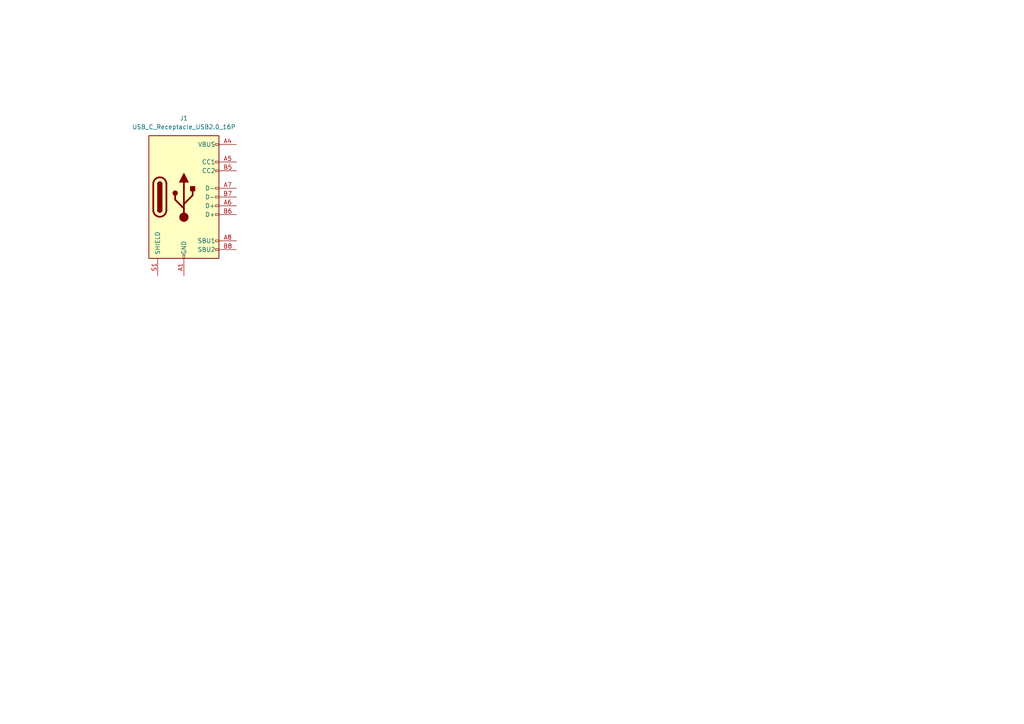
<source format=kicad_sch>
(kicad_sch
	(version 20231120)
	(generator "eeschema")
	(generator_version "8.0")
	(uuid "9797a66b-b354-4d38-8137-588bde531b14")
	(paper "A4")
	(lib_symbols
		(symbol "Connector:USB_C_Receptacle_USB2.0_16P"
			(pin_names
				(offset 1.016)
			)
			(exclude_from_sim no)
			(in_bom yes)
			(on_board yes)
			(property "Reference" "J"
				(at 0 22.225 0)
				(effects
					(font
						(size 1.27 1.27)
					)
				)
			)
			(property "Value" "USB_C_Receptacle_USB2.0_16P"
				(at 0 19.685 0)
				(effects
					(font
						(size 1.27 1.27)
					)
				)
			)
			(property "Footprint" ""
				(at 3.81 0 0)
				(effects
					(font
						(size 1.27 1.27)
					)
					(hide yes)
				)
			)
			(property "Datasheet" "https://www.usb.org/sites/default/files/documents/usb_type-c.zip"
				(at 3.81 0 0)
				(effects
					(font
						(size 1.27 1.27)
					)
					(hide yes)
				)
			)
			(property "Description" "USB 2.0-only 16P Type-C Receptacle connector"
				(at 0 0 0)
				(effects
					(font
						(size 1.27 1.27)
					)
					(hide yes)
				)
			)
			(property "ki_keywords" "usb universal serial bus type-C USB2.0"
				(at 0 0 0)
				(effects
					(font
						(size 1.27 1.27)
					)
					(hide yes)
				)
			)
			(property "ki_fp_filters" "USB*C*Receptacle*"
				(at 0 0 0)
				(effects
					(font
						(size 1.27 1.27)
					)
					(hide yes)
				)
			)
			(symbol "USB_C_Receptacle_USB2.0_16P_0_0"
				(rectangle
					(start -0.254 -17.78)
					(end 0.254 -16.764)
					(stroke
						(width 0)
						(type default)
					)
					(fill
						(type none)
					)
				)
				(rectangle
					(start 10.16 -14.986)
					(end 9.144 -15.494)
					(stroke
						(width 0)
						(type default)
					)
					(fill
						(type none)
					)
				)
				(rectangle
					(start 10.16 -12.446)
					(end 9.144 -12.954)
					(stroke
						(width 0)
						(type default)
					)
					(fill
						(type none)
					)
				)
				(rectangle
					(start 10.16 -4.826)
					(end 9.144 -5.334)
					(stroke
						(width 0)
						(type default)
					)
					(fill
						(type none)
					)
				)
				(rectangle
					(start 10.16 -2.286)
					(end 9.144 -2.794)
					(stroke
						(width 0)
						(type default)
					)
					(fill
						(type none)
					)
				)
				(rectangle
					(start 10.16 0.254)
					(end 9.144 -0.254)
					(stroke
						(width 0)
						(type default)
					)
					(fill
						(type none)
					)
				)
				(rectangle
					(start 10.16 2.794)
					(end 9.144 2.286)
					(stroke
						(width 0)
						(type default)
					)
					(fill
						(type none)
					)
				)
				(rectangle
					(start 10.16 7.874)
					(end 9.144 7.366)
					(stroke
						(width 0)
						(type default)
					)
					(fill
						(type none)
					)
				)
				(rectangle
					(start 10.16 10.414)
					(end 9.144 9.906)
					(stroke
						(width 0)
						(type default)
					)
					(fill
						(type none)
					)
				)
				(rectangle
					(start 10.16 15.494)
					(end 9.144 14.986)
					(stroke
						(width 0)
						(type default)
					)
					(fill
						(type none)
					)
				)
			)
			(symbol "USB_C_Receptacle_USB2.0_16P_0_1"
				(rectangle
					(start -10.16 17.78)
					(end 10.16 -17.78)
					(stroke
						(width 0.254)
						(type default)
					)
					(fill
						(type background)
					)
				)
				(arc
					(start -8.89 -3.81)
					(mid -6.985 -5.7067)
					(end -5.08 -3.81)
					(stroke
						(width 0.508)
						(type default)
					)
					(fill
						(type none)
					)
				)
				(arc
					(start -7.62 -3.81)
					(mid -6.985 -4.4423)
					(end -6.35 -3.81)
					(stroke
						(width 0.254)
						(type default)
					)
					(fill
						(type none)
					)
				)
				(arc
					(start -7.62 -3.81)
					(mid -6.985 -4.4423)
					(end -6.35 -3.81)
					(stroke
						(width 0.254)
						(type default)
					)
					(fill
						(type outline)
					)
				)
				(rectangle
					(start -7.62 -3.81)
					(end -6.35 3.81)
					(stroke
						(width 0.254)
						(type default)
					)
					(fill
						(type outline)
					)
				)
				(arc
					(start -6.35 3.81)
					(mid -6.985 4.4423)
					(end -7.62 3.81)
					(stroke
						(width 0.254)
						(type default)
					)
					(fill
						(type none)
					)
				)
				(arc
					(start -6.35 3.81)
					(mid -6.985 4.4423)
					(end -7.62 3.81)
					(stroke
						(width 0.254)
						(type default)
					)
					(fill
						(type outline)
					)
				)
				(arc
					(start -5.08 3.81)
					(mid -6.985 5.7067)
					(end -8.89 3.81)
					(stroke
						(width 0.508)
						(type default)
					)
					(fill
						(type none)
					)
				)
				(circle
					(center -2.54 1.143)
					(radius 0.635)
					(stroke
						(width 0.254)
						(type default)
					)
					(fill
						(type outline)
					)
				)
				(circle
					(center 0 -5.842)
					(radius 1.27)
					(stroke
						(width 0)
						(type default)
					)
					(fill
						(type outline)
					)
				)
				(polyline
					(pts
						(xy -8.89 -3.81) (xy -8.89 3.81)
					)
					(stroke
						(width 0.508)
						(type default)
					)
					(fill
						(type none)
					)
				)
				(polyline
					(pts
						(xy -5.08 3.81) (xy -5.08 -3.81)
					)
					(stroke
						(width 0.508)
						(type default)
					)
					(fill
						(type none)
					)
				)
				(polyline
					(pts
						(xy 0 -5.842) (xy 0 4.318)
					)
					(stroke
						(width 0.508)
						(type default)
					)
					(fill
						(type none)
					)
				)
				(polyline
					(pts
						(xy 0 -3.302) (xy -2.54 -0.762) (xy -2.54 0.508)
					)
					(stroke
						(width 0.508)
						(type default)
					)
					(fill
						(type none)
					)
				)
				(polyline
					(pts
						(xy 0 -2.032) (xy 2.54 0.508) (xy 2.54 1.778)
					)
					(stroke
						(width 0.508)
						(type default)
					)
					(fill
						(type none)
					)
				)
				(polyline
					(pts
						(xy -1.27 4.318) (xy 0 6.858) (xy 1.27 4.318) (xy -1.27 4.318)
					)
					(stroke
						(width 0.254)
						(type default)
					)
					(fill
						(type outline)
					)
				)
				(rectangle
					(start 1.905 1.778)
					(end 3.175 3.048)
					(stroke
						(width 0.254)
						(type default)
					)
					(fill
						(type outline)
					)
				)
			)
			(symbol "USB_C_Receptacle_USB2.0_16P_1_1"
				(pin passive line
					(at 0 -22.86 90)
					(length 5.08)
					(name "GND"
						(effects
							(font
								(size 1.27 1.27)
							)
						)
					)
					(number "A1"
						(effects
							(font
								(size 1.27 1.27)
							)
						)
					)
				)
				(pin passive line
					(at 0 -22.86 90)
					(length 5.08) hide
					(name "GND"
						(effects
							(font
								(size 1.27 1.27)
							)
						)
					)
					(number "A12"
						(effects
							(font
								(size 1.27 1.27)
							)
						)
					)
				)
				(pin passive line
					(at 15.24 15.24 180)
					(length 5.08)
					(name "VBUS"
						(effects
							(font
								(size 1.27 1.27)
							)
						)
					)
					(number "A4"
						(effects
							(font
								(size 1.27 1.27)
							)
						)
					)
				)
				(pin bidirectional line
					(at 15.24 10.16 180)
					(length 5.08)
					(name "CC1"
						(effects
							(font
								(size 1.27 1.27)
							)
						)
					)
					(number "A5"
						(effects
							(font
								(size 1.27 1.27)
							)
						)
					)
				)
				(pin bidirectional line
					(at 15.24 -2.54 180)
					(length 5.08)
					(name "D+"
						(effects
							(font
								(size 1.27 1.27)
							)
						)
					)
					(number "A6"
						(effects
							(font
								(size 1.27 1.27)
							)
						)
					)
				)
				(pin bidirectional line
					(at 15.24 2.54 180)
					(length 5.08)
					(name "D-"
						(effects
							(font
								(size 1.27 1.27)
							)
						)
					)
					(number "A7"
						(effects
							(font
								(size 1.27 1.27)
							)
						)
					)
				)
				(pin bidirectional line
					(at 15.24 -12.7 180)
					(length 5.08)
					(name "SBU1"
						(effects
							(font
								(size 1.27 1.27)
							)
						)
					)
					(number "A8"
						(effects
							(font
								(size 1.27 1.27)
							)
						)
					)
				)
				(pin passive line
					(at 15.24 15.24 180)
					(length 5.08) hide
					(name "VBUS"
						(effects
							(font
								(size 1.27 1.27)
							)
						)
					)
					(number "A9"
						(effects
							(font
								(size 1.27 1.27)
							)
						)
					)
				)
				(pin passive line
					(at 0 -22.86 90)
					(length 5.08) hide
					(name "GND"
						(effects
							(font
								(size 1.27 1.27)
							)
						)
					)
					(number "B1"
						(effects
							(font
								(size 1.27 1.27)
							)
						)
					)
				)
				(pin passive line
					(at 0 -22.86 90)
					(length 5.08) hide
					(name "GND"
						(effects
							(font
								(size 1.27 1.27)
							)
						)
					)
					(number "B12"
						(effects
							(font
								(size 1.27 1.27)
							)
						)
					)
				)
				(pin passive line
					(at 15.24 15.24 180)
					(length 5.08) hide
					(name "VBUS"
						(effects
							(font
								(size 1.27 1.27)
							)
						)
					)
					(number "B4"
						(effects
							(font
								(size 1.27 1.27)
							)
						)
					)
				)
				(pin bidirectional line
					(at 15.24 7.62 180)
					(length 5.08)
					(name "CC2"
						(effects
							(font
								(size 1.27 1.27)
							)
						)
					)
					(number "B5"
						(effects
							(font
								(size 1.27 1.27)
							)
						)
					)
				)
				(pin bidirectional line
					(at 15.24 -5.08 180)
					(length 5.08)
					(name "D+"
						(effects
							(font
								(size 1.27 1.27)
							)
						)
					)
					(number "B6"
						(effects
							(font
								(size 1.27 1.27)
							)
						)
					)
				)
				(pin bidirectional line
					(at 15.24 0 180)
					(length 5.08)
					(name "D-"
						(effects
							(font
								(size 1.27 1.27)
							)
						)
					)
					(number "B7"
						(effects
							(font
								(size 1.27 1.27)
							)
						)
					)
				)
				(pin bidirectional line
					(at 15.24 -15.24 180)
					(length 5.08)
					(name "SBU2"
						(effects
							(font
								(size 1.27 1.27)
							)
						)
					)
					(number "B8"
						(effects
							(font
								(size 1.27 1.27)
							)
						)
					)
				)
				(pin passive line
					(at 15.24 15.24 180)
					(length 5.08) hide
					(name "VBUS"
						(effects
							(font
								(size 1.27 1.27)
							)
						)
					)
					(number "B9"
						(effects
							(font
								(size 1.27 1.27)
							)
						)
					)
				)
				(pin passive line
					(at -7.62 -22.86 90)
					(length 5.08)
					(name "SHIELD"
						(effects
							(font
								(size 1.27 1.27)
							)
						)
					)
					(number "S1"
						(effects
							(font
								(size 1.27 1.27)
							)
						)
					)
				)
			)
		)
	)
	(symbol
		(lib_id "Connector:USB_C_Receptacle_USB2.0_16P")
		(at 53.34 57.15 0)
		(unit 1)
		(exclude_from_sim no)
		(in_bom yes)
		(on_board yes)
		(dnp no)
		(fields_autoplaced yes)
		(uuid "e8cd62b9-640e-4d7d-8720-e0c636bfc836")
		(property "Reference" "J1"
			(at 53.34 34.29 0)
			(effects
				(font
					(size 1.27 1.27)
				)
			)
		)
		(property "Value" "USB_C_Receptacle_USB2.0_16P"
			(at 53.34 36.83 0)
			(effects
				(font
					(size 1.27 1.27)
				)
			)
		)
		(property "Footprint" "Connector_USB:USB_C_Receptacle_G-Switch_GT-USB-7010ASV"
			(at 57.15 57.15 0)
			(effects
				(font
					(size 1.27 1.27)
				)
				(hide yes)
			)
		)
		(property "Datasheet" "https://www.usb.org/sites/default/files/documents/usb_type-c.zip"
			(at 57.15 57.15 0)
			(effects
				(font
					(size 1.27 1.27)
				)
				(hide yes)
			)
		)
		(property "Description" "USB 2.0-only 16P Type-C Receptacle connector"
			(at 53.34 57.15 0)
			(effects
				(font
					(size 1.27 1.27)
				)
				(hide yes)
			)
		)
		(pin "B5"
			(uuid "70368630-7a59-431d-b90d-d0b2f43e0baf")
		)
		(pin "A8"
			(uuid "4643a8a0-a5c7-4af5-bef7-46ee7a69f394")
		)
		(pin "A12"
			(uuid "bcc5a7bf-5e04-4a1d-96e3-73d4a30d6a75")
		)
		(pin "B12"
			(uuid "ae31c282-4483-4752-b7cb-61a161fe3cc1")
		)
		(pin "A6"
			(uuid "1b14180a-502e-417f-8114-e1a8c536883c")
		)
		(pin "B4"
			(uuid "5aba4cae-5ce5-46e4-9dba-ffeb2fe797c7")
		)
		(pin "B6"
			(uuid "5212cb47-c33e-4329-bcda-8e5bd925be87")
		)
		(pin "B8"
			(uuid "c8d942ca-c5ac-4f15-a472-8467dff16de1")
		)
		(pin "A5"
			(uuid "47ba0de3-4546-4226-807d-41380280cc06")
		)
		(pin "A1"
			(uuid "4b7d5e99-5f2c-42ce-aa6c-dc383a119b84")
		)
		(pin "A7"
			(uuid "e1cae524-0b96-4c06-b05f-1a599ee1e168")
		)
		(pin "B1"
			(uuid "d413ea4d-dec5-4af7-aaa7-dfbfa14b4f8a")
		)
		(pin "A9"
			(uuid "e8ee5a45-ab63-4660-999a-37dab7bcfc64")
		)
		(pin "A4"
			(uuid "4d59f4ab-fe20-4690-96dc-0fdf68d6130a")
		)
		(pin "S1"
			(uuid "0f661bdc-a803-4528-992b-7b1904fd701e")
		)
		(pin "B7"
			(uuid "ba4d8748-d66a-4362-982b-48c8cbd7f69a")
		)
		(pin "B9"
			(uuid "f08f89c3-7d40-4465-9d06-010af95d4d1a")
		)
		(instances
			(project "control_board"
				(path "/a9e9e47c-fdf9-4a91-a194-c26e8c34c5a5/d83254b6-a8bb-4cc0-a9c4-670210dce4dd"
					(reference "J1")
					(unit 1)
				)
			)
		)
	)
)

</source>
